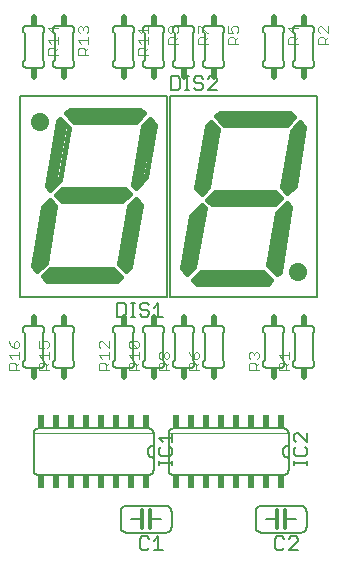
<source format=gto>
G75*
G70*
%OFA0B0*%
%FSLAX24Y24*%
%IPPOS*%
%LPD*%
%AMOC8*
5,1,8,0,0,1.08239X$1,22.5*
%
%ADD10C,0.0060*%
%ADD11C,0.0300*%
%ADD12C,0.0050*%
%ADD13C,0.0120*%
%ADD14C,0.0160*%
%ADD15C,0.0320*%
%ADD16C,0.0040*%
%ADD17C,0.0200*%
%ADD18R,0.0200X0.0100*%
%ADD19R,0.0200X0.0450*%
%ADD20C,0.0020*%
D10*
X001331Y006365D02*
X005031Y006365D01*
X005054Y006367D01*
X005077Y006372D01*
X005099Y006381D01*
X005119Y006394D01*
X005137Y006409D01*
X005152Y006427D01*
X005165Y006447D01*
X005174Y006469D01*
X005179Y006492D01*
X005181Y006515D01*
X005181Y006935D01*
X005181Y007335D01*
X005181Y007755D01*
X005179Y007778D01*
X005174Y007801D01*
X005165Y007823D01*
X005152Y007843D01*
X005137Y007861D01*
X005119Y007876D01*
X005099Y007889D01*
X005077Y007898D01*
X005054Y007903D01*
X005031Y007905D01*
X001331Y007905D01*
X001308Y007903D01*
X001285Y007898D01*
X001263Y007889D01*
X001243Y007876D01*
X001225Y007861D01*
X001210Y007843D01*
X001197Y007823D01*
X001188Y007801D01*
X001183Y007778D01*
X001181Y007755D01*
X001181Y006515D01*
X001183Y006492D01*
X001188Y006469D01*
X001197Y006447D01*
X001210Y006427D01*
X001225Y006409D01*
X001243Y006394D01*
X001263Y006381D01*
X001285Y006372D01*
X001308Y006367D01*
X001331Y006365D01*
X001431Y009935D02*
X000931Y009935D01*
X000914Y009937D01*
X000897Y009941D01*
X000881Y009948D01*
X000867Y009958D01*
X000854Y009971D01*
X000844Y009985D01*
X000837Y010001D01*
X000833Y010018D01*
X000831Y010035D01*
X000831Y010135D01*
X000881Y010185D01*
X000881Y011085D01*
X000831Y011135D01*
X000831Y011235D01*
X000833Y011252D01*
X000837Y011269D01*
X000844Y011285D01*
X000854Y011299D01*
X000867Y011312D01*
X000881Y011322D01*
X000897Y011329D01*
X000914Y011333D01*
X000931Y011335D01*
X001431Y011335D01*
X001448Y011333D01*
X001465Y011329D01*
X001481Y011322D01*
X001495Y011312D01*
X001508Y011299D01*
X001518Y011285D01*
X001525Y011269D01*
X001529Y011252D01*
X001531Y011235D01*
X001531Y011135D01*
X001481Y011085D01*
X001481Y010185D01*
X001531Y010135D01*
X001531Y010035D01*
X001529Y010018D01*
X001525Y010001D01*
X001518Y009985D01*
X001508Y009971D01*
X001495Y009958D01*
X001481Y009948D01*
X001465Y009941D01*
X001448Y009937D01*
X001431Y009935D01*
X001831Y010035D02*
X001831Y010135D01*
X001881Y010185D01*
X001881Y011085D01*
X001831Y011135D01*
X001831Y011235D01*
X001833Y011252D01*
X001837Y011269D01*
X001844Y011285D01*
X001854Y011299D01*
X001867Y011312D01*
X001881Y011322D01*
X001897Y011329D01*
X001914Y011333D01*
X001931Y011335D01*
X002431Y011335D01*
X002448Y011333D01*
X002465Y011329D01*
X002481Y011322D01*
X002495Y011312D01*
X002508Y011299D01*
X002518Y011285D01*
X002525Y011269D01*
X002529Y011252D01*
X002531Y011235D01*
X002531Y011135D01*
X002481Y011085D01*
X002481Y010185D01*
X002531Y010135D01*
X002531Y010035D01*
X002529Y010018D01*
X002525Y010001D01*
X002518Y009985D01*
X002508Y009971D01*
X002495Y009958D01*
X002481Y009948D01*
X002465Y009941D01*
X002448Y009937D01*
X002431Y009935D01*
X001931Y009935D01*
X001914Y009937D01*
X001897Y009941D01*
X001881Y009948D01*
X001867Y009958D01*
X001854Y009971D01*
X001844Y009985D01*
X001837Y010001D01*
X001833Y010018D01*
X001831Y010035D01*
X000731Y012285D02*
X005631Y012285D01*
X005631Y018985D01*
X000731Y018985D01*
X000731Y012285D01*
X003831Y011235D02*
X003831Y011135D01*
X003881Y011085D01*
X003881Y010185D01*
X003831Y010135D01*
X003831Y010035D01*
X003833Y010018D01*
X003837Y010001D01*
X003844Y009985D01*
X003854Y009971D01*
X003867Y009958D01*
X003881Y009948D01*
X003897Y009941D01*
X003914Y009937D01*
X003931Y009935D01*
X004431Y009935D01*
X004448Y009937D01*
X004465Y009941D01*
X004481Y009948D01*
X004495Y009958D01*
X004508Y009971D01*
X004518Y009985D01*
X004525Y010001D01*
X004529Y010018D01*
X004531Y010035D01*
X004531Y010135D01*
X004481Y010185D01*
X004481Y011085D01*
X004531Y011135D01*
X004531Y011235D01*
X004529Y011252D01*
X004525Y011269D01*
X004518Y011285D01*
X004508Y011299D01*
X004495Y011312D01*
X004481Y011322D01*
X004465Y011329D01*
X004448Y011333D01*
X004431Y011335D01*
X003931Y011335D01*
X003914Y011333D01*
X003897Y011329D01*
X003881Y011322D01*
X003867Y011312D01*
X003854Y011299D01*
X003844Y011285D01*
X003837Y011269D01*
X003833Y011252D01*
X003831Y011235D01*
X004831Y011235D02*
X004831Y011135D01*
X004881Y011085D01*
X004881Y010185D01*
X004831Y010135D01*
X004831Y010035D01*
X004833Y010018D01*
X004837Y010001D01*
X004844Y009985D01*
X004854Y009971D01*
X004867Y009958D01*
X004881Y009948D01*
X004897Y009941D01*
X004914Y009937D01*
X004931Y009935D01*
X005431Y009935D01*
X005448Y009937D01*
X005465Y009941D01*
X005481Y009948D01*
X005495Y009958D01*
X005508Y009971D01*
X005518Y009985D01*
X005525Y010001D01*
X005529Y010018D01*
X005531Y010035D01*
X005531Y010135D01*
X005481Y010185D01*
X005481Y011085D01*
X005531Y011135D01*
X005531Y011235D01*
X005529Y011252D01*
X005525Y011269D01*
X005518Y011285D01*
X005508Y011299D01*
X005495Y011312D01*
X005481Y011322D01*
X005465Y011329D01*
X005448Y011333D01*
X005431Y011335D01*
X004931Y011335D01*
X004914Y011333D01*
X004897Y011329D01*
X004881Y011322D01*
X004867Y011312D01*
X004854Y011299D01*
X004844Y011285D01*
X004837Y011269D01*
X004833Y011252D01*
X004831Y011235D01*
X005731Y012285D02*
X010631Y012285D01*
X010631Y018985D01*
X005731Y018985D01*
X005731Y012285D01*
X005931Y011335D02*
X006431Y011335D01*
X006448Y011333D01*
X006465Y011329D01*
X006481Y011322D01*
X006495Y011312D01*
X006508Y011299D01*
X006518Y011285D01*
X006525Y011269D01*
X006529Y011252D01*
X006531Y011235D01*
X006531Y011135D01*
X006481Y011085D01*
X006481Y010185D01*
X006531Y010135D01*
X006531Y010035D01*
X006529Y010018D01*
X006525Y010001D01*
X006518Y009985D01*
X006508Y009971D01*
X006495Y009958D01*
X006481Y009948D01*
X006465Y009941D01*
X006448Y009937D01*
X006431Y009935D01*
X005931Y009935D01*
X005914Y009937D01*
X005897Y009941D01*
X005881Y009948D01*
X005867Y009958D01*
X005854Y009971D01*
X005844Y009985D01*
X005837Y010001D01*
X005833Y010018D01*
X005831Y010035D01*
X005831Y010135D01*
X005881Y010185D01*
X005881Y011085D01*
X005831Y011135D01*
X005831Y011235D01*
X005833Y011252D01*
X005837Y011269D01*
X005844Y011285D01*
X005854Y011299D01*
X005867Y011312D01*
X005881Y011322D01*
X005897Y011329D01*
X005914Y011333D01*
X005931Y011335D01*
X006831Y011235D02*
X006831Y011135D01*
X006881Y011085D01*
X006881Y010185D01*
X006831Y010135D01*
X006831Y010035D01*
X006833Y010018D01*
X006837Y010001D01*
X006844Y009985D01*
X006854Y009971D01*
X006867Y009958D01*
X006881Y009948D01*
X006897Y009941D01*
X006914Y009937D01*
X006931Y009935D01*
X007431Y009935D01*
X007448Y009937D01*
X007465Y009941D01*
X007481Y009948D01*
X007495Y009958D01*
X007508Y009971D01*
X007518Y009985D01*
X007525Y010001D01*
X007529Y010018D01*
X007531Y010035D01*
X007531Y010135D01*
X007481Y010185D01*
X007481Y011085D01*
X007531Y011135D01*
X007531Y011235D01*
X007529Y011252D01*
X007525Y011269D01*
X007518Y011285D01*
X007508Y011299D01*
X007495Y011312D01*
X007481Y011322D01*
X007465Y011329D01*
X007448Y011333D01*
X007431Y011335D01*
X006931Y011335D01*
X006914Y011333D01*
X006897Y011329D01*
X006881Y011322D01*
X006867Y011312D01*
X006854Y011299D01*
X006844Y011285D01*
X006837Y011269D01*
X006833Y011252D01*
X006831Y011235D01*
X005831Y007905D02*
X009531Y007905D01*
X009554Y007903D01*
X009577Y007898D01*
X009599Y007889D01*
X009619Y007876D01*
X009637Y007861D01*
X009652Y007843D01*
X009665Y007823D01*
X009674Y007801D01*
X009679Y007778D01*
X009681Y007755D01*
X009681Y007335D01*
X009681Y006935D01*
X009681Y006515D01*
X009679Y006492D01*
X009674Y006469D01*
X009665Y006447D01*
X009652Y006427D01*
X009637Y006409D01*
X009619Y006394D01*
X009599Y006381D01*
X009577Y006372D01*
X009554Y006367D01*
X009531Y006365D01*
X005831Y006365D01*
X005808Y006367D01*
X005785Y006372D01*
X005763Y006381D01*
X005743Y006394D01*
X005725Y006409D01*
X005710Y006427D01*
X005697Y006447D01*
X005688Y006469D01*
X005683Y006492D01*
X005681Y006515D01*
X005681Y007755D01*
X005683Y007778D01*
X005688Y007801D01*
X005697Y007823D01*
X005710Y007843D01*
X005725Y007861D01*
X005743Y007876D01*
X005763Y007889D01*
X005785Y007898D01*
X005808Y007903D01*
X005831Y007905D01*
X005181Y007335D02*
X005154Y007333D01*
X005127Y007328D01*
X005101Y007318D01*
X005077Y007306D01*
X005055Y007290D01*
X005035Y007272D01*
X005018Y007250D01*
X005003Y007227D01*
X004993Y007202D01*
X004985Y007176D01*
X004981Y007149D01*
X004981Y007121D01*
X004985Y007094D01*
X004993Y007068D01*
X005003Y007043D01*
X005018Y007020D01*
X005035Y006998D01*
X005055Y006980D01*
X005077Y006964D01*
X005101Y006952D01*
X005127Y006942D01*
X005154Y006937D01*
X005181Y006935D01*
X005581Y005335D02*
X004281Y005335D01*
X004255Y005333D01*
X004229Y005328D01*
X004204Y005320D01*
X004181Y005308D01*
X004159Y005294D01*
X004140Y005276D01*
X004122Y005257D01*
X004108Y005235D01*
X004096Y005212D01*
X004088Y005187D01*
X004083Y005161D01*
X004081Y005135D01*
X004081Y004635D01*
X004083Y004609D01*
X004088Y004583D01*
X004096Y004558D01*
X004108Y004535D01*
X004122Y004513D01*
X004140Y004494D01*
X004159Y004476D01*
X004181Y004462D01*
X004204Y004450D01*
X004229Y004442D01*
X004255Y004437D01*
X004281Y004435D01*
X005581Y004435D01*
X005607Y004437D01*
X005633Y004442D01*
X005658Y004450D01*
X005681Y004462D01*
X005703Y004476D01*
X005722Y004494D01*
X005740Y004513D01*
X005754Y004535D01*
X005766Y004558D01*
X005774Y004583D01*
X005779Y004609D01*
X005781Y004635D01*
X005781Y005135D01*
X005779Y005161D01*
X005774Y005187D01*
X005766Y005212D01*
X005754Y005235D01*
X005740Y005257D01*
X005722Y005276D01*
X005703Y005294D01*
X005681Y005308D01*
X005658Y005320D01*
X005633Y005328D01*
X005607Y005333D01*
X005581Y005335D01*
X005431Y004885D02*
X005051Y004885D01*
X004801Y004885D02*
X004431Y004885D01*
X008581Y005135D02*
X008581Y004635D01*
X008583Y004609D01*
X008588Y004583D01*
X008596Y004558D01*
X008608Y004535D01*
X008622Y004513D01*
X008640Y004494D01*
X008659Y004476D01*
X008681Y004462D01*
X008704Y004450D01*
X008729Y004442D01*
X008755Y004437D01*
X008781Y004435D01*
X010081Y004435D01*
X010107Y004437D01*
X010133Y004442D01*
X010158Y004450D01*
X010181Y004462D01*
X010203Y004476D01*
X010222Y004494D01*
X010240Y004513D01*
X010254Y004535D01*
X010266Y004558D01*
X010274Y004583D01*
X010279Y004609D01*
X010281Y004635D01*
X010281Y005135D01*
X010279Y005161D01*
X010274Y005187D01*
X010266Y005212D01*
X010254Y005235D01*
X010240Y005257D01*
X010222Y005276D01*
X010203Y005294D01*
X010181Y005308D01*
X010158Y005320D01*
X010133Y005328D01*
X010107Y005333D01*
X010081Y005335D01*
X008781Y005335D01*
X008755Y005333D01*
X008729Y005328D01*
X008704Y005320D01*
X008681Y005308D01*
X008659Y005294D01*
X008640Y005276D01*
X008622Y005257D01*
X008608Y005235D01*
X008596Y005212D01*
X008588Y005187D01*
X008583Y005161D01*
X008581Y005135D01*
X008931Y004885D02*
X009301Y004885D01*
X009551Y004885D02*
X009931Y004885D01*
X009681Y006935D02*
X009654Y006937D01*
X009627Y006942D01*
X009601Y006952D01*
X009577Y006964D01*
X009555Y006980D01*
X009535Y006998D01*
X009518Y007020D01*
X009503Y007043D01*
X009493Y007068D01*
X009485Y007094D01*
X009481Y007121D01*
X009481Y007149D01*
X009485Y007176D01*
X009493Y007202D01*
X009503Y007227D01*
X009518Y007250D01*
X009535Y007272D01*
X009555Y007290D01*
X009577Y007306D01*
X009601Y007318D01*
X009627Y007328D01*
X009654Y007333D01*
X009681Y007335D01*
X009431Y009935D02*
X008931Y009935D01*
X008914Y009937D01*
X008897Y009941D01*
X008881Y009948D01*
X008867Y009958D01*
X008854Y009971D01*
X008844Y009985D01*
X008837Y010001D01*
X008833Y010018D01*
X008831Y010035D01*
X008831Y010135D01*
X008881Y010185D01*
X008881Y011085D01*
X008831Y011135D01*
X008831Y011235D01*
X008833Y011252D01*
X008837Y011269D01*
X008844Y011285D01*
X008854Y011299D01*
X008867Y011312D01*
X008881Y011322D01*
X008897Y011329D01*
X008914Y011333D01*
X008931Y011335D01*
X009431Y011335D01*
X009448Y011333D01*
X009465Y011329D01*
X009481Y011322D01*
X009495Y011312D01*
X009508Y011299D01*
X009518Y011285D01*
X009525Y011269D01*
X009529Y011252D01*
X009531Y011235D01*
X009531Y011135D01*
X009481Y011085D01*
X009481Y010185D01*
X009531Y010135D01*
X009531Y010035D01*
X009529Y010018D01*
X009525Y010001D01*
X009518Y009985D01*
X009508Y009971D01*
X009495Y009958D01*
X009481Y009948D01*
X009465Y009941D01*
X009448Y009937D01*
X009431Y009935D01*
X009831Y010035D02*
X009831Y010135D01*
X009881Y010185D01*
X009881Y011085D01*
X009831Y011135D01*
X009831Y011235D01*
X009833Y011252D01*
X009837Y011269D01*
X009844Y011285D01*
X009854Y011299D01*
X009867Y011312D01*
X009881Y011322D01*
X009897Y011329D01*
X009914Y011333D01*
X009931Y011335D01*
X010431Y011335D01*
X010448Y011333D01*
X010465Y011329D01*
X010481Y011322D01*
X010495Y011312D01*
X010508Y011299D01*
X010518Y011285D01*
X010525Y011269D01*
X010529Y011252D01*
X010531Y011235D01*
X010531Y011135D01*
X010481Y011085D01*
X010481Y010185D01*
X010531Y010135D01*
X010531Y010035D01*
X010529Y010018D01*
X010525Y010001D01*
X010518Y009985D01*
X010508Y009971D01*
X010495Y009958D01*
X010481Y009948D01*
X010465Y009941D01*
X010448Y009937D01*
X010431Y009935D01*
X009931Y009935D01*
X009914Y009937D01*
X009897Y009941D01*
X009881Y009948D01*
X009867Y009958D01*
X009854Y009971D01*
X009844Y009985D01*
X009837Y010001D01*
X009833Y010018D01*
X009831Y010035D01*
X009931Y019935D02*
X010431Y019935D01*
X010448Y019937D01*
X010465Y019941D01*
X010481Y019948D01*
X010495Y019958D01*
X010508Y019971D01*
X010518Y019985D01*
X010525Y020001D01*
X010529Y020018D01*
X010531Y020035D01*
X010531Y020135D01*
X010481Y020185D01*
X010481Y021085D01*
X010531Y021135D01*
X010531Y021235D01*
X010529Y021252D01*
X010525Y021269D01*
X010518Y021285D01*
X010508Y021299D01*
X010495Y021312D01*
X010481Y021322D01*
X010465Y021329D01*
X010448Y021333D01*
X010431Y021335D01*
X009931Y021335D01*
X009914Y021333D01*
X009897Y021329D01*
X009881Y021322D01*
X009867Y021312D01*
X009854Y021299D01*
X009844Y021285D01*
X009837Y021269D01*
X009833Y021252D01*
X009831Y021235D01*
X009831Y021135D01*
X009881Y021085D01*
X009881Y020185D01*
X009831Y020135D01*
X009831Y020035D01*
X009833Y020018D01*
X009837Y020001D01*
X009844Y019985D01*
X009854Y019971D01*
X009867Y019958D01*
X009881Y019948D01*
X009897Y019941D01*
X009914Y019937D01*
X009931Y019935D01*
X009531Y020035D02*
X009531Y020135D01*
X009481Y020185D01*
X009481Y021085D01*
X009531Y021135D01*
X009531Y021235D01*
X009529Y021252D01*
X009525Y021269D01*
X009518Y021285D01*
X009508Y021299D01*
X009495Y021312D01*
X009481Y021322D01*
X009465Y021329D01*
X009448Y021333D01*
X009431Y021335D01*
X008931Y021335D01*
X008914Y021333D01*
X008897Y021329D01*
X008881Y021322D01*
X008867Y021312D01*
X008854Y021299D01*
X008844Y021285D01*
X008837Y021269D01*
X008833Y021252D01*
X008831Y021235D01*
X008831Y021135D01*
X008881Y021085D01*
X008881Y020185D01*
X008831Y020135D01*
X008831Y020035D01*
X008833Y020018D01*
X008837Y020001D01*
X008844Y019985D01*
X008854Y019971D01*
X008867Y019958D01*
X008881Y019948D01*
X008897Y019941D01*
X008914Y019937D01*
X008931Y019935D01*
X009431Y019935D01*
X009448Y019937D01*
X009465Y019941D01*
X009481Y019948D01*
X009495Y019958D01*
X009508Y019971D01*
X009518Y019985D01*
X009525Y020001D01*
X009529Y020018D01*
X009531Y020035D01*
X007531Y020035D02*
X007531Y020135D01*
X007481Y020185D01*
X007481Y021085D01*
X007531Y021135D01*
X007531Y021235D01*
X007529Y021252D01*
X007525Y021269D01*
X007518Y021285D01*
X007508Y021299D01*
X007495Y021312D01*
X007481Y021322D01*
X007465Y021329D01*
X007448Y021333D01*
X007431Y021335D01*
X006931Y021335D01*
X006914Y021333D01*
X006897Y021329D01*
X006881Y021322D01*
X006867Y021312D01*
X006854Y021299D01*
X006844Y021285D01*
X006837Y021269D01*
X006833Y021252D01*
X006831Y021235D01*
X006831Y021135D01*
X006881Y021085D01*
X006881Y020185D01*
X006831Y020135D01*
X006831Y020035D01*
X006833Y020018D01*
X006837Y020001D01*
X006844Y019985D01*
X006854Y019971D01*
X006867Y019958D01*
X006881Y019948D01*
X006897Y019941D01*
X006914Y019937D01*
X006931Y019935D01*
X007431Y019935D01*
X007448Y019937D01*
X007465Y019941D01*
X007481Y019948D01*
X007495Y019958D01*
X007508Y019971D01*
X007518Y019985D01*
X007525Y020001D01*
X007529Y020018D01*
X007531Y020035D01*
X006531Y020035D02*
X006531Y020135D01*
X006481Y020185D01*
X006481Y021085D01*
X006531Y021135D01*
X006531Y021235D01*
X006529Y021252D01*
X006525Y021269D01*
X006518Y021285D01*
X006508Y021299D01*
X006495Y021312D01*
X006481Y021322D01*
X006465Y021329D01*
X006448Y021333D01*
X006431Y021335D01*
X005931Y021335D01*
X005914Y021333D01*
X005897Y021329D01*
X005881Y021322D01*
X005867Y021312D01*
X005854Y021299D01*
X005844Y021285D01*
X005837Y021269D01*
X005833Y021252D01*
X005831Y021235D01*
X005831Y021135D01*
X005881Y021085D01*
X005881Y020185D01*
X005831Y020135D01*
X005831Y020035D01*
X005833Y020018D01*
X005837Y020001D01*
X005844Y019985D01*
X005854Y019971D01*
X005867Y019958D01*
X005881Y019948D01*
X005897Y019941D01*
X005914Y019937D01*
X005931Y019935D01*
X006431Y019935D01*
X006448Y019937D01*
X006465Y019941D01*
X006481Y019948D01*
X006495Y019958D01*
X006508Y019971D01*
X006518Y019985D01*
X006525Y020001D01*
X006529Y020018D01*
X006531Y020035D01*
X005531Y020035D02*
X005531Y020135D01*
X005481Y020185D01*
X005481Y021085D01*
X005531Y021135D01*
X005531Y021235D01*
X005529Y021252D01*
X005525Y021269D01*
X005518Y021285D01*
X005508Y021299D01*
X005495Y021312D01*
X005481Y021322D01*
X005465Y021329D01*
X005448Y021333D01*
X005431Y021335D01*
X004931Y021335D01*
X004914Y021333D01*
X004897Y021329D01*
X004881Y021322D01*
X004867Y021312D01*
X004854Y021299D01*
X004844Y021285D01*
X004837Y021269D01*
X004833Y021252D01*
X004831Y021235D01*
X004831Y021135D01*
X004881Y021085D01*
X004881Y020185D01*
X004831Y020135D01*
X004831Y020035D01*
X004833Y020018D01*
X004837Y020001D01*
X004844Y019985D01*
X004854Y019971D01*
X004867Y019958D01*
X004881Y019948D01*
X004897Y019941D01*
X004914Y019937D01*
X004931Y019935D01*
X005431Y019935D01*
X005448Y019937D01*
X005465Y019941D01*
X005481Y019948D01*
X005495Y019958D01*
X005508Y019971D01*
X005518Y019985D01*
X005525Y020001D01*
X005529Y020018D01*
X005531Y020035D01*
X004531Y020035D02*
X004531Y020135D01*
X004481Y020185D01*
X004481Y021085D01*
X004531Y021135D01*
X004531Y021235D01*
X004529Y021252D01*
X004525Y021269D01*
X004518Y021285D01*
X004508Y021299D01*
X004495Y021312D01*
X004481Y021322D01*
X004465Y021329D01*
X004448Y021333D01*
X004431Y021335D01*
X003931Y021335D01*
X003914Y021333D01*
X003897Y021329D01*
X003881Y021322D01*
X003867Y021312D01*
X003854Y021299D01*
X003844Y021285D01*
X003837Y021269D01*
X003833Y021252D01*
X003831Y021235D01*
X003831Y021135D01*
X003881Y021085D01*
X003881Y020185D01*
X003831Y020135D01*
X003831Y020035D01*
X003833Y020018D01*
X003837Y020001D01*
X003844Y019985D01*
X003854Y019971D01*
X003867Y019958D01*
X003881Y019948D01*
X003897Y019941D01*
X003914Y019937D01*
X003931Y019935D01*
X004431Y019935D01*
X004448Y019937D01*
X004465Y019941D01*
X004481Y019948D01*
X004495Y019958D01*
X004508Y019971D01*
X004518Y019985D01*
X004525Y020001D01*
X004529Y020018D01*
X004531Y020035D01*
X002531Y020035D02*
X002531Y020135D01*
X002481Y020185D01*
X002481Y021085D01*
X002531Y021135D01*
X002531Y021235D01*
X002529Y021252D01*
X002525Y021269D01*
X002518Y021285D01*
X002508Y021299D01*
X002495Y021312D01*
X002481Y021322D01*
X002465Y021329D01*
X002448Y021333D01*
X002431Y021335D01*
X001931Y021335D01*
X001914Y021333D01*
X001897Y021329D01*
X001881Y021322D01*
X001867Y021312D01*
X001854Y021299D01*
X001844Y021285D01*
X001837Y021269D01*
X001833Y021252D01*
X001831Y021235D01*
X001831Y021135D01*
X001881Y021085D01*
X001881Y020185D01*
X001831Y020135D01*
X001831Y020035D01*
X001833Y020018D01*
X001837Y020001D01*
X001844Y019985D01*
X001854Y019971D01*
X001867Y019958D01*
X001881Y019948D01*
X001897Y019941D01*
X001914Y019937D01*
X001931Y019935D01*
X002431Y019935D01*
X002448Y019937D01*
X002465Y019941D01*
X002481Y019948D01*
X002495Y019958D01*
X002508Y019971D01*
X002518Y019985D01*
X002525Y020001D01*
X002529Y020018D01*
X002531Y020035D01*
X001531Y020035D02*
X001531Y020135D01*
X001481Y020185D01*
X001481Y021085D01*
X001531Y021135D01*
X001531Y021235D01*
X001529Y021252D01*
X001525Y021269D01*
X001518Y021285D01*
X001508Y021299D01*
X001495Y021312D01*
X001481Y021322D01*
X001465Y021329D01*
X001448Y021333D01*
X001431Y021335D01*
X000931Y021335D01*
X000914Y021333D01*
X000897Y021329D01*
X000881Y021322D01*
X000867Y021312D01*
X000854Y021299D01*
X000844Y021285D01*
X000837Y021269D01*
X000833Y021252D01*
X000831Y021235D01*
X000831Y021135D01*
X000881Y021085D01*
X000881Y020185D01*
X000831Y020135D01*
X000831Y020035D01*
X000833Y020018D01*
X000837Y020001D01*
X000844Y019985D01*
X000854Y019971D01*
X000867Y019958D01*
X000881Y019948D01*
X000897Y019941D01*
X000914Y019937D01*
X000931Y019935D01*
X001431Y019935D01*
X001448Y019937D01*
X001465Y019941D01*
X001481Y019948D01*
X001495Y019958D01*
X001508Y019971D01*
X001518Y019985D01*
X001525Y020001D01*
X001529Y020018D01*
X001531Y020035D01*
D11*
X001231Y018135D02*
X001233Y018159D01*
X001239Y018183D01*
X001248Y018205D01*
X001261Y018225D01*
X001277Y018243D01*
X001296Y018258D01*
X001317Y018271D01*
X001339Y018279D01*
X001363Y018284D01*
X001387Y018285D01*
X001411Y018282D01*
X001434Y018275D01*
X001456Y018265D01*
X001476Y018251D01*
X001493Y018234D01*
X001508Y018215D01*
X001519Y018194D01*
X001527Y018171D01*
X001531Y018147D01*
X001531Y018123D01*
X001527Y018099D01*
X001519Y018076D01*
X001508Y018055D01*
X001493Y018036D01*
X001476Y018019D01*
X001456Y018005D01*
X001434Y017995D01*
X001411Y017988D01*
X001387Y017985D01*
X001363Y017986D01*
X001339Y017991D01*
X001317Y017999D01*
X001296Y018012D01*
X001277Y018027D01*
X001261Y018045D01*
X001248Y018065D01*
X001239Y018087D01*
X001233Y018111D01*
X001231Y018135D01*
X009831Y013135D02*
X009833Y013159D01*
X009839Y013183D01*
X009848Y013205D01*
X009861Y013225D01*
X009877Y013243D01*
X009896Y013258D01*
X009917Y013271D01*
X009939Y013279D01*
X009963Y013284D01*
X009987Y013285D01*
X010011Y013282D01*
X010034Y013275D01*
X010056Y013265D01*
X010076Y013251D01*
X010093Y013234D01*
X010108Y013215D01*
X010119Y013194D01*
X010127Y013171D01*
X010131Y013147D01*
X010131Y013123D01*
X010127Y013099D01*
X010119Y013076D01*
X010108Y013055D01*
X010093Y013036D01*
X010076Y013019D01*
X010056Y013005D01*
X010034Y012995D01*
X010011Y012988D01*
X009987Y012985D01*
X009963Y012986D01*
X009939Y012991D01*
X009917Y012999D01*
X009896Y013012D01*
X009877Y013027D01*
X009861Y013045D01*
X009848Y013065D01*
X009839Y013087D01*
X009833Y013111D01*
X009831Y013135D01*
D12*
X009931Y007750D02*
X009856Y007675D01*
X009856Y007525D01*
X009931Y007450D01*
X009931Y007289D02*
X009856Y007214D01*
X009856Y007064D01*
X009931Y006989D01*
X010231Y006989D01*
X010306Y007064D01*
X010306Y007214D01*
X010231Y007289D01*
X010306Y007450D02*
X010006Y007750D01*
X009931Y007750D01*
X010306Y007750D02*
X010306Y007450D01*
X010306Y006832D02*
X010306Y006682D01*
X010306Y006757D02*
X009856Y006757D01*
X009856Y006682D02*
X009856Y006832D01*
X009921Y004310D02*
X009771Y004310D01*
X009696Y004235D01*
X009536Y004235D02*
X009461Y004310D01*
X009311Y004310D01*
X009236Y004235D01*
X009236Y003935D01*
X009311Y003860D01*
X009461Y003860D01*
X009536Y003935D01*
X009696Y003860D02*
X009996Y004160D01*
X009996Y004235D01*
X009921Y004310D01*
X009996Y003860D02*
X009696Y003860D01*
X005806Y006682D02*
X005806Y006832D01*
X005806Y006757D02*
X005356Y006757D01*
X005356Y006682D02*
X005356Y006832D01*
X005431Y006989D02*
X005356Y007064D01*
X005356Y007214D01*
X005431Y007289D01*
X005506Y007450D02*
X005356Y007600D01*
X005806Y007600D01*
X005806Y007450D02*
X005806Y007750D01*
X005731Y007289D02*
X005806Y007214D01*
X005806Y007064D01*
X005731Y006989D01*
X005431Y006989D01*
X005346Y004310D02*
X005346Y003860D01*
X005196Y003860D02*
X005496Y003860D01*
X005196Y004160D02*
X005346Y004310D01*
X005036Y004235D02*
X004961Y004310D01*
X004811Y004310D01*
X004736Y004235D01*
X004736Y003935D01*
X004811Y003860D01*
X004961Y003860D01*
X005036Y003935D01*
X004961Y011630D02*
X004811Y011630D01*
X004736Y011705D01*
X004811Y011855D02*
X004736Y011930D01*
X004736Y012005D01*
X004811Y012080D01*
X004961Y012080D01*
X005036Y012005D01*
X004961Y011855D02*
X005036Y011780D01*
X005036Y011705D01*
X004961Y011630D01*
X004961Y011855D02*
X004811Y011855D01*
X004579Y011630D02*
X004429Y011630D01*
X004504Y011630D02*
X004504Y012080D01*
X004429Y012080D02*
X004579Y012080D01*
X004269Y012005D02*
X004269Y011705D01*
X004194Y011630D01*
X003968Y011630D01*
X003968Y012080D01*
X004194Y012080D01*
X004269Y012005D01*
X005196Y011930D02*
X005346Y012080D01*
X005346Y011630D01*
X005196Y011630D02*
X005496Y011630D01*
X005756Y019190D02*
X005982Y019190D01*
X006057Y019265D01*
X006057Y019565D01*
X005982Y019640D01*
X005756Y019640D01*
X005756Y019190D01*
X006217Y019190D02*
X006367Y019190D01*
X006292Y019190D02*
X006292Y019640D01*
X006217Y019640D02*
X006367Y019640D01*
X006524Y019565D02*
X006524Y019490D01*
X006599Y019415D01*
X006749Y019415D01*
X006824Y019340D01*
X006824Y019265D01*
X006749Y019190D01*
X006599Y019190D01*
X006524Y019265D01*
X006524Y019565D02*
X006599Y019640D01*
X006749Y019640D01*
X006824Y019565D01*
X006984Y019565D02*
X007059Y019640D01*
X007209Y019640D01*
X007284Y019565D01*
X007284Y019490D01*
X006984Y019190D01*
X007284Y019190D01*
D13*
X009941Y013135D02*
X010011Y013135D01*
X009551Y005185D02*
X009551Y004585D01*
X009301Y004585D02*
X009301Y005185D01*
X005051Y005185D02*
X005051Y004585D01*
X004801Y004585D02*
X004801Y005185D01*
X001421Y018135D02*
X001351Y018135D01*
D14*
X001981Y018145D02*
X001621Y015975D01*
X001731Y015865D01*
X002061Y016195D01*
X002361Y017925D01*
X002061Y018225D01*
X001981Y018145D01*
X002251Y018405D02*
X002381Y018535D01*
X004731Y018535D01*
X004861Y018405D01*
X004591Y018135D01*
X002521Y018135D01*
X002251Y018405D01*
X002121Y015885D02*
X004241Y015885D01*
X004391Y015735D01*
X004141Y015485D01*
X002121Y015485D01*
X001921Y015685D01*
X002121Y015885D01*
X001721Y015515D02*
X001911Y015325D01*
X001581Y013435D01*
X001311Y013165D01*
X001151Y013325D01*
X001481Y015275D01*
X001721Y015515D01*
X001741Y013235D02*
X003821Y013235D01*
X004091Y012965D01*
X003961Y012835D01*
X001641Y012835D01*
X001491Y012985D01*
X001741Y013235D01*
X004021Y013395D02*
X004351Y015315D01*
X004581Y015545D01*
X004771Y015355D01*
X004411Y013285D01*
X004271Y013145D01*
X004021Y013395D01*
X004581Y015925D02*
X004481Y016025D01*
X004821Y017985D01*
X005051Y018215D01*
X005241Y018025D01*
X004931Y016275D01*
X004581Y015925D01*
X006431Y014995D02*
X006121Y013245D01*
X006311Y013055D01*
X006541Y013285D01*
X006881Y015245D01*
X006781Y015345D01*
X006431Y014995D01*
X006781Y015725D02*
X006591Y015915D01*
X006951Y017985D01*
X007091Y018125D01*
X007341Y017875D01*
X007011Y015955D01*
X006781Y015725D01*
X006971Y015535D02*
X007121Y015385D01*
X009241Y015385D01*
X009441Y015585D01*
X009241Y015785D01*
X007221Y015785D01*
X006971Y015535D01*
X006771Y013135D02*
X008841Y013135D01*
X009111Y012865D01*
X008981Y012735D01*
X006631Y012735D01*
X006501Y012865D01*
X006771Y013135D01*
X009001Y013345D02*
X009301Y013045D01*
X009381Y013125D01*
X009741Y015295D01*
X009631Y015405D01*
X009301Y015075D01*
X009001Y013345D01*
X009641Y015755D02*
X009881Y015995D01*
X010211Y017945D01*
X010051Y018105D01*
X009781Y017835D01*
X009451Y015945D01*
X009641Y015755D01*
X009621Y018035D02*
X007541Y018035D01*
X007271Y018305D01*
X007401Y018435D01*
X009721Y018435D01*
X009871Y018285D01*
X009621Y018035D01*
D15*
X009681Y018235D02*
X007491Y018235D01*
X007131Y017885D02*
X006791Y015965D01*
X007191Y015585D02*
X009231Y015585D01*
X009551Y015175D02*
X009221Y013275D01*
X008881Y012935D02*
X006731Y012935D01*
X006351Y013295D02*
X006691Y015125D01*
X004671Y016145D02*
X005011Y017975D01*
X004631Y018335D02*
X002481Y018335D01*
X002141Y017995D02*
X001811Y016095D01*
X002131Y015685D02*
X004171Y015685D01*
X004571Y015305D02*
X004231Y013385D01*
X003871Y013035D02*
X001681Y013035D01*
X001381Y013365D02*
X001701Y015275D01*
X009661Y015995D02*
X009981Y017905D01*
D16*
X010011Y020727D02*
X009661Y020727D01*
X009661Y020902D01*
X009720Y020960D01*
X009836Y020960D01*
X009895Y020902D01*
X009895Y020727D01*
X009895Y020844D02*
X010011Y020960D01*
X009836Y021086D02*
X009836Y021319D01*
X009661Y021261D02*
X009836Y021086D01*
X010011Y021261D02*
X009661Y021261D01*
X010661Y021261D02*
X010661Y021144D01*
X010720Y021086D01*
X010720Y020960D02*
X010661Y020902D01*
X010661Y020727D01*
X011011Y020727D01*
X010895Y020727D02*
X010895Y020902D01*
X010836Y020960D01*
X010720Y020960D01*
X010895Y020844D02*
X011011Y020960D01*
X011011Y021086D02*
X010778Y021319D01*
X010720Y021319D01*
X010661Y021261D01*
X011011Y021319D02*
X011011Y021086D01*
X008011Y021144D02*
X007953Y021086D01*
X008011Y021144D02*
X008011Y021261D01*
X007953Y021319D01*
X007836Y021319D01*
X007778Y021261D01*
X007778Y021203D01*
X007836Y021086D01*
X007661Y021086D01*
X007661Y021319D01*
X007720Y020960D02*
X007661Y020902D01*
X007661Y020727D01*
X008011Y020727D01*
X007895Y020727D02*
X007895Y020902D01*
X007836Y020960D01*
X007720Y020960D01*
X007895Y020844D02*
X008011Y020960D01*
X007011Y020960D02*
X006895Y020844D01*
X006895Y020902D02*
X006895Y020727D01*
X007011Y020727D02*
X006661Y020727D01*
X006661Y020902D01*
X006720Y020960D01*
X006836Y020960D01*
X006895Y020902D01*
X006953Y021086D02*
X007011Y021086D01*
X006953Y021086D02*
X006720Y021319D01*
X006661Y021319D01*
X006661Y021086D01*
X006011Y021144D02*
X006011Y021261D01*
X005953Y021319D01*
X005720Y021319D01*
X005661Y021261D01*
X005661Y021144D01*
X005720Y021086D01*
X005778Y021086D01*
X005836Y021144D01*
X005836Y021319D01*
X006011Y021144D02*
X005953Y021086D01*
X006011Y020960D02*
X005895Y020844D01*
X005895Y020902D02*
X005895Y020727D01*
X006011Y020727D02*
X005661Y020727D01*
X005661Y020902D01*
X005720Y020960D01*
X005836Y020960D01*
X005895Y020902D01*
X005011Y020960D02*
X005011Y020727D01*
X005011Y020844D02*
X004661Y020844D01*
X004778Y020727D01*
X004836Y020601D02*
X004895Y020543D01*
X004895Y020368D01*
X004895Y020484D02*
X005011Y020601D01*
X005011Y020368D02*
X004661Y020368D01*
X004661Y020543D01*
X004720Y020601D01*
X004836Y020601D01*
X004778Y021086D02*
X004661Y021203D01*
X005011Y021203D01*
X005011Y021319D02*
X005011Y021086D01*
X003011Y021144D02*
X002953Y021086D01*
X003011Y021144D02*
X003011Y021261D01*
X002953Y021319D01*
X002895Y021319D01*
X002836Y021261D01*
X002836Y021203D01*
X002836Y021261D02*
X002778Y021319D01*
X002720Y021319D01*
X002661Y021261D01*
X002661Y021144D01*
X002720Y021086D01*
X002661Y020844D02*
X003011Y020844D01*
X003011Y020960D02*
X003011Y020727D01*
X003011Y020601D02*
X002895Y020484D01*
X002895Y020543D02*
X002895Y020368D01*
X003011Y020368D02*
X002661Y020368D01*
X002661Y020543D01*
X002720Y020601D01*
X002836Y020601D01*
X002895Y020543D01*
X002778Y020727D02*
X002661Y020844D01*
X002011Y020844D02*
X001661Y020844D01*
X001778Y020727D01*
X001720Y020601D02*
X001836Y020601D01*
X001895Y020543D01*
X001895Y020368D01*
X001895Y020484D02*
X002011Y020601D01*
X002011Y020727D02*
X002011Y020960D01*
X001836Y021086D02*
X001836Y021319D01*
X001661Y021261D02*
X001836Y021086D01*
X002011Y021261D02*
X001661Y021261D01*
X001720Y020601D02*
X001661Y020543D01*
X001661Y020368D01*
X002011Y020368D01*
X001643Y010817D02*
X001526Y010817D01*
X001468Y010758D01*
X001468Y010700D01*
X001526Y010583D01*
X001351Y010583D01*
X001351Y010817D01*
X001351Y010341D02*
X001701Y010341D01*
X001701Y010224D02*
X001701Y010458D01*
X001643Y010583D02*
X001701Y010641D01*
X001701Y010758D01*
X001643Y010817D01*
X001351Y010341D02*
X001468Y010224D01*
X001526Y010098D02*
X001585Y010040D01*
X001585Y009865D01*
X001701Y009865D02*
X001351Y009865D01*
X001351Y010040D01*
X001410Y010098D01*
X001526Y010098D01*
X001585Y009982D02*
X001701Y010098D01*
X000701Y010098D02*
X000585Y009982D01*
X000585Y010040D02*
X000585Y009865D01*
X000701Y009865D02*
X000351Y009865D01*
X000351Y010040D01*
X000410Y010098D01*
X000526Y010098D01*
X000585Y010040D01*
X000701Y010224D02*
X000701Y010458D01*
X000701Y010341D02*
X000351Y010341D01*
X000468Y010224D01*
X000526Y010583D02*
X000410Y010700D01*
X000351Y010817D01*
X000526Y010758D02*
X000526Y010583D01*
X000643Y010583D01*
X000701Y010641D01*
X000701Y010758D01*
X000643Y010817D01*
X000585Y010817D01*
X000526Y010758D01*
X003351Y010758D02*
X003351Y010641D01*
X003410Y010583D01*
X003351Y010758D02*
X003410Y010817D01*
X003468Y010817D01*
X003701Y010583D01*
X003701Y010817D01*
X003701Y010458D02*
X003701Y010224D01*
X003701Y010341D02*
X003351Y010341D01*
X003468Y010224D01*
X003410Y010098D02*
X003526Y010098D01*
X003585Y010040D01*
X003585Y009865D01*
X003701Y009865D02*
X003351Y009865D01*
X003351Y010040D01*
X003410Y010098D01*
X003585Y009982D02*
X003701Y010098D01*
X004351Y010040D02*
X004410Y010098D01*
X004526Y010098D01*
X004585Y010040D01*
X004585Y009865D01*
X004701Y009865D02*
X004351Y009865D01*
X004351Y010040D01*
X004468Y010224D02*
X004351Y010341D01*
X004701Y010341D01*
X004701Y010224D02*
X004701Y010458D01*
X004643Y010583D02*
X004410Y010817D01*
X004643Y010817D01*
X004701Y010758D01*
X004701Y010641D01*
X004643Y010583D01*
X004410Y010583D01*
X004351Y010641D01*
X004351Y010758D01*
X004410Y010817D01*
X004701Y010098D02*
X004585Y009982D01*
X005351Y010040D02*
X005410Y010098D01*
X005526Y010098D01*
X005585Y010040D01*
X005585Y009865D01*
X005701Y009865D02*
X005351Y009865D01*
X005351Y010040D01*
X005410Y010224D02*
X005468Y010224D01*
X005526Y010282D01*
X005526Y010399D01*
X005585Y010458D01*
X005643Y010458D01*
X005701Y010399D01*
X005701Y010282D01*
X005643Y010224D01*
X005585Y010224D01*
X005526Y010282D01*
X005526Y010399D02*
X005468Y010458D01*
X005410Y010458D01*
X005351Y010399D01*
X005351Y010282D01*
X005410Y010224D01*
X005585Y009982D02*
X005701Y010098D01*
X006351Y010040D02*
X006410Y010098D01*
X006526Y010098D01*
X006585Y010040D01*
X006585Y009865D01*
X006701Y009865D02*
X006351Y009865D01*
X006351Y010040D01*
X006526Y010224D02*
X006526Y010399D01*
X006585Y010458D01*
X006643Y010458D01*
X006701Y010399D01*
X006701Y010282D01*
X006643Y010224D01*
X006526Y010224D01*
X006410Y010341D01*
X006351Y010458D01*
X006701Y010098D02*
X006585Y009982D01*
X008351Y010040D02*
X008410Y010098D01*
X008526Y010098D01*
X008585Y010040D01*
X008585Y009865D01*
X008701Y009865D02*
X008351Y009865D01*
X008351Y010040D01*
X008410Y010224D02*
X008351Y010282D01*
X008351Y010399D01*
X008410Y010458D01*
X008468Y010458D01*
X008526Y010399D01*
X008585Y010458D01*
X008643Y010458D01*
X008701Y010399D01*
X008701Y010282D01*
X008643Y010224D01*
X008701Y010098D02*
X008585Y009982D01*
X008526Y010341D02*
X008526Y010399D01*
X009351Y010341D02*
X009701Y010341D01*
X009701Y010224D02*
X009701Y010458D01*
X009701Y010098D02*
X009585Y009982D01*
X009585Y010040D02*
X009585Y009865D01*
X009701Y009865D02*
X009351Y009865D01*
X009351Y010040D01*
X009410Y010098D01*
X009526Y010098D01*
X009585Y010040D01*
X009468Y010224D02*
X009351Y010341D01*
D17*
X009181Y009835D02*
X009181Y009635D01*
X009181Y011435D02*
X009181Y011635D01*
X010181Y011635D02*
X010181Y011435D01*
X010181Y009835D02*
X010181Y009635D01*
X007181Y009635D02*
X007181Y009835D01*
X007181Y011435D02*
X007181Y011635D01*
X006181Y011635D02*
X006181Y011435D01*
X006181Y009835D02*
X006181Y009635D01*
X005181Y009635D02*
X005181Y009835D01*
X005181Y011435D02*
X005181Y011635D01*
X004181Y011635D02*
X004181Y011435D01*
X004181Y009835D02*
X004181Y009635D01*
X002181Y009635D02*
X002181Y009835D01*
X002181Y011435D02*
X002181Y011635D01*
X001181Y011635D02*
X001181Y011435D01*
X001181Y009835D02*
X001181Y009635D01*
X001181Y019635D02*
X001181Y019835D01*
X001181Y021435D02*
X001181Y021635D01*
X002181Y021635D02*
X002181Y021435D01*
X002181Y019835D02*
X002181Y019635D01*
X004181Y019635D02*
X004181Y019835D01*
X005181Y019835D02*
X005181Y019635D01*
X006181Y019635D02*
X006181Y019835D01*
X006181Y021435D02*
X006181Y021635D01*
X005181Y021635D02*
X005181Y021435D01*
X004181Y021435D02*
X004181Y021635D01*
X007181Y021635D02*
X007181Y021435D01*
X007181Y019835D02*
X007181Y019635D01*
X009181Y019635D02*
X009181Y019835D01*
X009181Y021435D02*
X009181Y021635D01*
X010181Y021635D02*
X010181Y021435D01*
X010181Y019835D02*
X010181Y019635D01*
D18*
X010181Y019885D03*
X010181Y021385D03*
X009181Y021385D03*
X009181Y019885D03*
X007181Y019885D03*
X007181Y021385D03*
X006181Y021385D03*
X006181Y019885D03*
X005181Y019885D03*
X005181Y021385D03*
X004181Y021385D03*
X004181Y019885D03*
X002181Y019885D03*
X002181Y021385D03*
X001181Y021385D03*
X001181Y019885D03*
X001181Y011385D03*
X001181Y009885D03*
X002181Y009885D03*
X002181Y011385D03*
X004181Y011385D03*
X004181Y009885D03*
X005181Y009885D03*
X005181Y011385D03*
X006181Y011385D03*
X006181Y009885D03*
X007181Y009885D03*
X007181Y011385D03*
X009181Y011385D03*
X009181Y009885D03*
X010181Y009885D03*
X010181Y011385D03*
D19*
X001431Y006140D03*
X001931Y006140D03*
X002431Y006140D03*
X002931Y006140D03*
X003431Y006140D03*
X003931Y006140D03*
X004431Y006140D03*
X004931Y006140D03*
X005931Y006140D03*
X006431Y006140D03*
X006931Y006140D03*
X007431Y006140D03*
X007931Y006140D03*
X008431Y006140D03*
X008931Y006140D03*
X009431Y006140D03*
X009431Y008130D03*
X008931Y008130D03*
X008431Y008120D03*
X007931Y008130D03*
X007431Y008130D03*
X006931Y008130D03*
X006431Y008130D03*
X005931Y008130D03*
X004931Y008130D03*
X004431Y008130D03*
X003931Y008120D03*
X003431Y008130D03*
X002931Y008130D03*
X002431Y008130D03*
X001931Y008130D03*
X001431Y008130D03*
D20*
X001181Y007765D02*
X005181Y007765D01*
X005681Y007765D02*
X009681Y007765D01*
M02*

</source>
